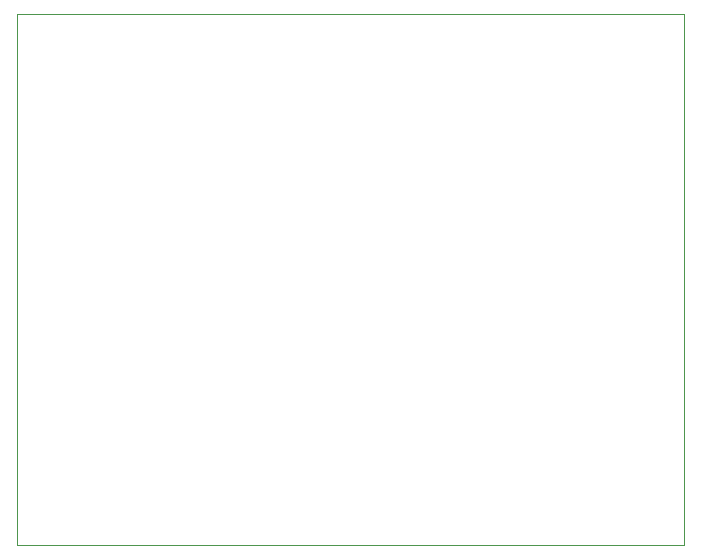
<source format=gbr>
%TF.GenerationSoftware,KiCad,Pcbnew,8.0.0*%
%TF.CreationDate,2024-02-26T14:23:39+00:00*%
%TF.ProjectId,piHat,70694861-742e-46b6-9963-61645f706362,rev?*%
%TF.SameCoordinates,Original*%
%TF.FileFunction,Profile,NP*%
%FSLAX46Y46*%
G04 Gerber Fmt 4.6, Leading zero omitted, Abs format (unit mm)*
G04 Created by KiCad (PCBNEW 8.0.0) date 2024-02-26 14:23:39*
%MOMM*%
%LPD*%
G01*
G04 APERTURE LIST*
%TA.AperFunction,Profile*%
%ADD10C,0.050000*%
%TD*%
G04 APERTURE END LIST*
D10*
X89500000Y-74000000D02*
X146000000Y-74000000D01*
X146000000Y-119000000D01*
X89500000Y-119000000D01*
X89500000Y-74000000D01*
M02*

</source>
